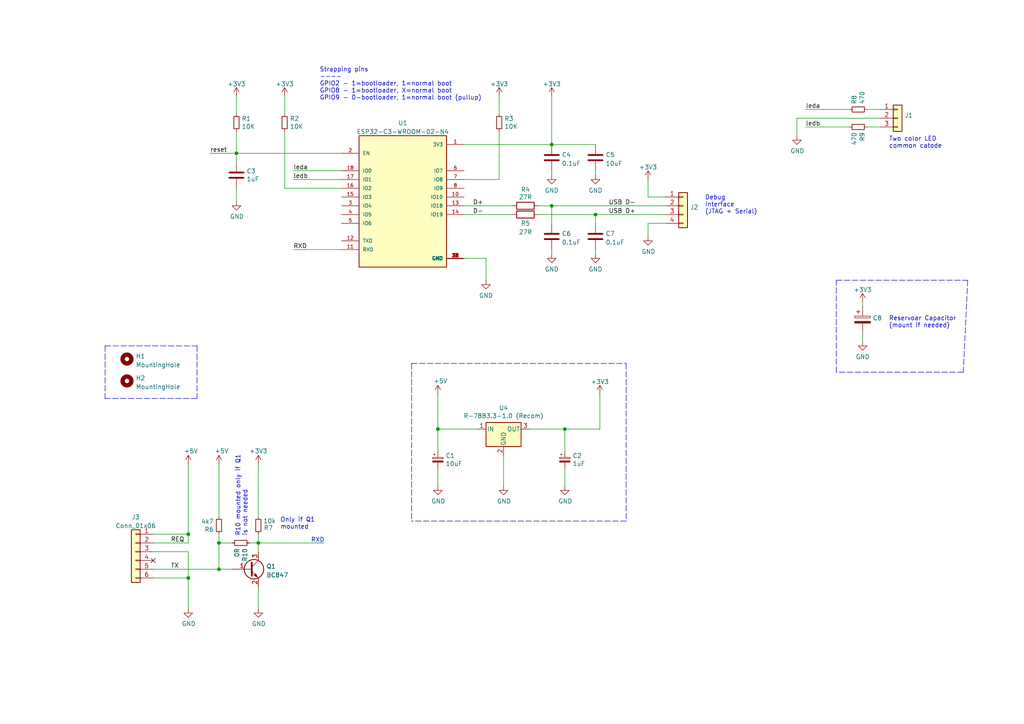
<source format=kicad_sch>
(kicad_sch (version 20211123) (generator eeschema)
  (paper "A4")
  (title_block (title "vscp-ble-han-port-interface") (date "2022-10-18") (rev "B") (company "Grodans Paradis AB"))
  (lib_symbols
    (symbol "Connector_Generic:Conn_01x03" (pin_names (offset 1.016) hide)
      (property "Reference" "J" (at 0 5.08 0))
      (property "Value" "Conn_01x03" (at 0 -5.08 0))
      (symbol "Conn_01x03_1_1"
        (rectangle (start -1.27 -2.413) (end 0 -2.667) (stroke (width 0.1524)))
        (rectangle (start -1.27 0.127) (end 0 -0.127) (stroke (width 0.1524)))
        (rectangle (start -1.27 2.667) (end 0 2.413) (stroke (width 0.1524)))
        (rectangle (start -1.27 3.81) (end 1.27 -3.81) (stroke (width 0.254)) (fill (type background)))
        (pin passive line (at -5.08 2.54 0) (length 3.81) (name "Pin_1") (number "1"))
        (pin passive line (at -5.08 0 0) (length 3.81) (name "Pin_2") (number "2"))
        (pin passive line (at -5.08 -2.54 0) (length 3.81) (name "Pin_3") (number "3"))
      )
    )
    (symbol "Connector_Generic:Conn_01x04" (pin_names (offset 1.016) hide)
      (property "Reference" "J" (at 0 5.08 0))
      (property "Value" "Conn_01x04" (at 0 -7.62 0))
      (symbol "Conn_01x04_1_1"
        (rectangle (start -1.27 -4.953) (end 0 -5.207) (stroke (width 0.1524)))
        (rectangle (start -1.27 -2.413) (end 0 -2.667) (stroke (width 0.1524)))
        (rectangle (start -1.27 0.127) (end 0 -0.127) (stroke (width 0.1524)))
        (rectangle (start -1.27 2.667) (end 0 2.413) (stroke (width 0.1524)))
        (rectangle (start -1.27 3.81) (end 1.27 -6.35) (stroke (width 0.254)) (fill (type background)))
        (pin passive line (at -5.08 2.54 0) (length 3.81) (name "Pin_1") (number "1"))
        (pin passive line (at -5.08 0 0) (length 3.81) (name "Pin_2") (number "2"))
        (pin passive line (at -5.08 -2.54 0) (length 3.81) (name "Pin_3") (number "3"))
        (pin passive line (at -5.08 -5.08 0) (length 3.81) (name "Pin_4") (number "4"))
      )
    )
    (symbol "Connector_Generic:Conn_01x06" (pin_names (offset 1.016) hide)
      (property "Reference" "J" (at 0 7.62 0))
      (property "Value" "Conn_01x06" (at 0 -10.16 0))
      (symbol "Conn_01x06_1_1"
        (rectangle (start -1.27 -7.493) (end 0 -7.747) (stroke (width 0.1524)))
        (rectangle (start -1.27 -4.953) (end 0 -5.207) (stroke (width 0.1524)))
        (rectangle (start -1.27 -2.413) (end 0 -2.667) (stroke (width 0.1524)))
        (rectangle (start -1.27 0.127) (end 0 -0.127) (stroke (width 0.1524)))
        (rectangle (start -1.27 2.667) (end 0 2.413) (stroke (width 0.1524)))
        (rectangle (start -1.27 5.207) (end 0 4.953) (stroke (width 0.1524)))
        (rectangle (start -1.27 6.35) (end 1.27 -8.89) (stroke (width 0.254)) (fill (type background)))
        (pin passive line (at -5.08 5.08 0) (length 3.81) (name "Pin_1") (number "1"))
        (pin passive line (at -5.08 2.54 0) (length 3.81) (name "Pin_2") (number "2"))
        (pin passive line (at -5.08 0 0) (length 3.81) (name "Pin_3") (number "3"))
        (pin passive line (at -5.08 -2.54 0) (length 3.81) (name "Pin_4") (number "4"))
        (pin passive line (at -5.08 -5.08 0) (length 3.81) (name "Pin_5") (number "5"))
        (pin passive line (at -5.08 -7.62 0) (length 3.81) (name "Pin_6") (number "6"))
      )
    )
    (symbol "Device:C" (pin_numbers hide) (pin_names (offset 0.254))
      (property "Reference" "C" (at 0.635 2.54 0))
      (property "Value" "C" (at 0.635 -2.54 0))
      (symbol "C_0_1"
        (polyline (pts (xy -2.032 -0.762) (xy 2.032 -0.762)) (stroke (width 0.508)))
        (polyline (pts (xy -2.032 0.762) (xy 2.032 0.762)) (stroke (width 0.508)))
      )
      (symbol "C_1_1"
        (pin passive line (at 0 3.81 270) (length 2.794) (name "~") (number "1"))
        (pin passive line (at 0 -3.81 90) (length 2.794) (name "~") (number "2"))
      )
    )
    (symbol "Device:CP_Small" (pin_numbers hide) (pin_names (offset 0.254) hide)
      (property "Reference" "C" (at 0.254 1.778 0))
      (property "Value" "Device_CP_Small" (at 0.254 -2.032 0))
      (symbol "CP_Small_0_1"
        (rectangle (start -1.524 -0.3048) (end 1.524 -0.6858) (fill (type outline)))
        (rectangle (start -1.524 0.6858) (end 1.524 0.3048))
        (polyline (pts (xy -1.27 1.524) (xy -0.762 1.524)))
        (polyline (pts (xy -1.016 1.27) (xy -1.016 1.778)))
      )
      (symbol "CP_Small_1_1"
        (pin passive line (at 0 2.54 270) (length 1.8542) (name "~") (number "1"))
        (pin passive line (at 0 -2.54 90) (length 1.8542) (name "~") (number "2"))
      )
    )
    (symbol "Device:C_Polarized" (pin_numbers hide) (pin_names (offset 0.254))
      (property "Reference" "C" (at 0.635 2.54 0))
      (property "Value" "C_Polarized" (at 0.635 -2.54 0))
      (symbol "C_Polarized_0_1"
        (rectangle (start -2.286 0.508) (end 2.286 1.016))
        (polyline (pts (xy -1.778 2.286) (xy -0.762 2.286)))
        (polyline (pts (xy -1.27 2.794) (xy -1.27 1.778)))
        (rectangle (start 2.286 -0.508) (end -2.286 -1.016) (fill (type outline)))
      )
      (symbol "C_Polarized_1_1"
        (pin passive line (at 0 3.81 270) (length 2.794) (name "~") (number "1"))
        (pin passive line (at 0 -3.81 90) (length 2.794) (name "~") (number "2"))
      )
    )
    (symbol "Device:R" (pin_numbers hide) (pin_names (offset 0))
      (property "Reference" "R" (at 2.032 0 90))
      (property "Value" "R" (at 0 0 90))
      (symbol "R_0_1"
        (rectangle (start -1.016 -2.54) (end 1.016 2.54) (stroke (width 0.254)))
      )
      (symbol "R_1_1"
        (pin passive line (at 0 3.81 270) (length 1.27) (name "~") (number "1"))
        (pin passive line (at 0 -3.81 90) (length 1.27) (name "~") (number "2"))
      )
    )
    (symbol "Device:R_Small" (pin_numbers hide) (pin_names (offset 0.254) hide)
      (property "Reference" "R" (at 0.762 0.508 0))
      (property "Value" "R_Small" (at 0.762 -1.016 0))
      (symbol "R_Small_0_1"
        (rectangle (start -0.762 1.778) (end 0.762 -1.778) (stroke (width 0.2032)))
      )
      (symbol "R_Small_1_1"
        (pin passive line (at 0 2.54 270) (length 0.762) (name "~") (number "1"))
        (pin passive line (at 0 -2.54 90) (length 0.762) (name "~") (number "2"))
      )
    )
    (symbol "ESP32-C3-WROOM-02-N4:ESP32-C3-WROOM-02-N4" (pin_names (offset 1.016))
      (property "Reference" "U" (at -12.7 21.082 0))
      (property "Value" "ESP32-C3-WROOM-02-N4" (at -12.7 -18.542 0))
      (symbol "ESP32-C3-WROOM-02-N4_0_0"
        (rectangle (start -12.7 -17.78) (end 12.7 20.32) (stroke (width 0.254)) (fill (type background)))
        (pin power_in line (at 17.78 17.78 180) (length 5.08) (name "3V3") (number "1"))
        (pin bidirectional line (at 17.78 2.54 180) (length 5.08) (name "IO10") (number "10"))
        (pin bidirectional line (at -17.78 -12.7 0) (length 5.08) (name "RXD") (number "11"))
        (pin bidirectional line (at -17.78 -10.16 0) (length 5.08) (name "TXD") (number "12"))
        (pin bidirectional line (at 17.78 0 180) (length 5.08) (name "IO18") (number "13"))
        (pin bidirectional line (at 17.78 -2.54 180) (length 5.08) (name "IO19") (number "14"))
        (pin bidirectional line (at -17.78 2.54 0) (length 5.08) (name "IO3") (number "15"))
        (pin bidirectional line (at -17.78 5.08 0) (length 5.08) (name "IO2") (number "16"))
        (pin bidirectional line (at -17.78 7.62 0) (length 5.08) (name "IO1") (number "17"))
        (pin bidirectional line (at -17.78 10.16 0) (length 5.08) (name "IO0") (number "18"))
        (pin power_in line (at 17.78 -15.24 180) (length 5.08) (name "GND") (number "19"))
        (pin input line (at -17.78 15.24 0) (length 5.08) (name "EN") (number "2"))
        (pin power_in line (at 17.78 -15.24 180) (length 5.08) (name "GND") (number "20"))
        (pin power_in line (at 17.78 -15.24 180) (length 5.08) (name "GND") (number "21"))
        (pin power_in line (at 17.78 -15.24 180) (length 5.08) (name "GND") (number "22"))
        (pin power_in line (at 17.78 -15.24 180) (length 5.08) (name "GND") (number "23"))
        (pin power_in line (at 17.78 -15.24 180) (length 5.08) (name "GND") (number "24"))
        (pin power_in line (at 17.78 -15.24 180) (length 5.08) (name "GND") (number "25"))
        (pin power_in line (at 17.78 -15.24 180) (length 5.08) (name "GND") (number "26"))
        (pin power_in line (at 17.78 -15.24 180) (length 5.08) (name "GND") (number "27"))
        (pin power_in line (at 17.78 -15.24 180) (length 5.08) (name "GND") (number "28"))
        (pin power_in line (at 17.78 -15.24 180) (length 5.08) (name "GND") (number "29"))
        (pin bidirectional line (at -17.78 0 0) (length 5.08) (name "IO4") (number "3"))
        (pin power_in line (at 17.78 -15.24 180) (length 5.08) (name "GND") (number "30"))
        (pin power_in line (at 17.78 -15.24 180) (length 5.08) (name "GND") (number "31"))
        (pin power_in line (at 17.78 -15.24 180) (length 5.08) (name "GND") (number "32"))
        (pin power_in line (at 17.78 -15.24 180) (length 5.08) (name "GND") (number "33"))
        (pin power_in line (at 17.78 -15.24 180) (length 5.08) (name "GND") (number "34"))
        (pin power_in line (at 17.78 -15.24 180) (length 5.08) (name "GND") (number "35"))
        (pin power_in line (at 17.78 -15.24 180) (length 5.08) (name "GND") (number "36"))
        (pin power_in line (at 17.78 -15.24 180) (length 5.08) (name "GND") (number "37"))
        (pin power_in line (at 17.78 -15.24 180) (length 5.08) (name "GND") (number "38"))
        (pin power_in line (at 17.78 -15.24 180) (length 5.08) (name "GND") (number "39"))
        (pin bidirectional line (at -17.78 -2.54 0) (length 5.08) (name "IO5") (number "4"))
        (pin bidirectional line (at -17.78 -5.08 0) (length 5.08) (name "IO6") (number "5"))
        (pin bidirectional line (at 17.78 10.16 180) (length 5.08) (name "IO7") (number "6"))
        (pin bidirectional line (at 17.78 7.62 180) (length 5.08) (name "IO8") (number "7"))
        (pin bidirectional line (at 17.78 5.08 180) (length 5.08) (name "IO9") (number "8"))
        (pin power_in line (at 17.78 -15.24 180) (length 5.08) (name "GND") (number "9"))
      )
    )
    (symbol "Mechanical:MountingHole" (pin_names (offset 1.016))
      (property "Reference" "H" (at 0 5.08 0))
      (property "Value" "MountingHole" (at 0 3.175 0))
      (symbol "MountingHole_0_1"
        (circle (center 0 0) (radius 1.27) (stroke (width 1.27)))
      )
    )
    (symbol "Regulator_Switching:R-78B3.3-2.0" (pin_names (offset 0.254))
      (property "Reference" "U" (at -3.81 3.175 0))
      (property "Value" "R-78B3.3-2.0" (at 0 3.175 0))
      (symbol "R-78B3.3-2.0_0_1"
        (rectangle (start -5.08 1.905) (end 5.08 -5.08) (stroke (width 0.254)) (fill (type background)))
      )
      (symbol "R-78B3.3-2.0_1_1"
        (pin power_in line (at -7.62 0 0) (length 2.54) (name "IN") (number "1"))
        (pin power_in line (at 0 -7.62 90) (length 2.54) (name "GND") (number "2"))
        (pin power_out line (at 7.62 0 180) (length 2.54) (name "OUT") (number "3"))
      )
    )
    (symbol "Transistor_BJT:BC847" (pin_names (offset 0) hide)
      (property "Reference" "Q" (at 5.08 1.905 0))
      (property "Value" "BC847" (at 5.08 0 0))
      (symbol "BC847_0_1"
        (polyline (pts (xy 0.635 0.635) (xy 2.54 2.54)))
        (polyline (pts (xy 0.635 -0.635) (xy 2.54 -2.54) (xy 2.54 -2.54)))
        (polyline (pts (xy 0.635 1.905) (xy 0.635 -1.905) (xy 0.635 -1.905)) (stroke (width 0.508)))
        (polyline (pts (xy 1.27 -1.778) (xy 1.778 -1.27) (xy 2.286 -2.286) (xy 1.27 -1.778) (xy 1.27 -1.778)) (fill (type outline)))
        (circle (center 1.27 0) (radius 2.8194) (stroke (width 0.254)))
      )
      (symbol "BC847_1_1"
        (pin input line (at -5.08 0 0) (length 5.715) (name "B") (number "1"))
        (pin passive line (at 2.54 -5.08 90) (length 2.54) (name "E") (number "2"))
        (pin passive line (at 2.54 5.08 270) (length 2.54) (name "C") (number "3"))
      )
    )
    (symbol "power:+3.3V" (power) (pin_names (offset 0))
      (property "Value" "+3.3V" (at 0 3.556 0))
      (symbol "+3.3V_0_1"
        (polyline (pts (xy -0.762 1.27) (xy 0 2.54)))
        (polyline (pts (xy 0 0) (xy 0 2.54)))
        (polyline (pts (xy 0 2.54) (xy 0.762 1.27)))
      )
      (symbol "+3.3V_1_1"
        (pin power_in line (at 0 0 90) (length 0) hide (name "+3V3") (number "1"))
      )
    )
    (symbol "power:+5V" (power) (pin_names (offset 0))
      (property "Value" "+5V" (at 0 3.556 0))
      (symbol "+5V_0_1"
        (polyline (pts (xy -0.762 1.27) (xy 0 2.54)))
        (polyline (pts (xy 0 0) (xy 0 2.54)))
        (polyline (pts (xy 0 2.54) (xy 0.762 1.27)))
      )
      (symbol "+5V_1_1"
        (pin power_in line (at 0 0 90) (length 0) hide (name "+5V") (number "1"))
      )
    )
    (symbol "power:GND" (power) (pin_names (offset 0))
      (property "Value" "GND" (at 0 -3.81 0))
      (symbol "GND_0_1"
        (polyline (pts (xy 0 0) (xy 0 -1.27) (xy 1.27 -1.27) (xy 0 -2.54) (xy -1.27 -1.27) (xy 0 -1.27)))
      )
      (symbol "GND_1_1"
        (pin power_in line (at 0 0 270) (length 0) hide (name "GND") (number "1"))
      )
    )
  )
  (junction (at 127 124.46))
  (junction (at 172.72 62.23))
  (junction (at 160.02 59.69))
  (junction (at 68.58 44.45))
  (junction (at 54.61 154.94))
  (junction (at 63.5 157.48))
  (junction (at 160.02 41.91))
  (junction (at 163.83 124.46))
  (junction (at 63.5 165.1))
  (junction (at 74.93 157.48))
  (junction (at 54.61 167.64))
  (no_connect (at 44.45 162.56))
  (wire (pts (xy 44.45 154.94) (xy 54.61 154.94)))
  (wire (pts (xy 74.93 134.62) (xy 74.93 149.86)))
  (wire (pts (xy 85.09 52.07) (xy 99.06 52.07)))
  (polyline (pts (xy 119.38 105.41) (xy 119.38 151.13)))
  (wire (pts (xy 74.93 157.48) (xy 74.93 160.02)))
  (wire (pts (xy 127 135.89) (xy 127 140.97)))
  (wire (pts (xy 233.68 31.75) (xy 246.38 31.75)))
  (polyline (pts (xy 119.38 105.41) (xy 181.61 105.41)))
  (wire (pts (xy 68.58 54.61) (xy 68.58 58.42)))
  (wire (pts (xy 160.02 41.91) (xy 172.72 41.91)))
  (wire (pts (xy 68.58 44.45) (xy 99.06 44.45)))
  (polyline (pts (xy 279.4 107.95) (xy 242.57 107.95)))
  (wire (pts (xy 172.72 62.23) (xy 193.04 62.23)))
  (wire (pts (xy 163.83 124.46) (xy 163.83 130.81)))
  (wire (pts (xy 140.97 74.93) (xy 140.97 81.28)))
  (wire (pts (xy 173.99 124.46) (xy 163.83 124.46)))
  (wire (pts (xy 160.02 72.39) (xy 160.02 73.66)))
  (wire (pts (xy 134.62 74.93) (xy 140.97 74.93)))
  (wire (pts (xy 63.5 154.94) (xy 63.5 157.48)))
  (polyline (pts (xy 242.57 107.95) (xy 242.57 81.28)))
  (polyline (pts (xy 181.61 105.41) (xy 181.61 151.13)))
  (wire (pts (xy 187.96 57.15) (xy 193.04 57.15)))
  (wire (pts (xy 144.78 27.94) (xy 144.78 33.02)))
  (wire (pts (xy 74.93 154.94) (xy 74.93 157.48)))
  (wire (pts (xy 193.04 64.77) (xy 187.96 64.77)))
  (wire (pts (xy 251.46 31.75) (xy 255.27 31.75)))
  (wire (pts (xy 187.96 64.77) (xy 187.96 68.58)))
  (wire (pts (xy 160.02 41.91) (xy 160.02 27.94)))
  (wire (pts (xy 85.09 72.39) (xy 99.06 72.39)))
  (wire (pts (xy 54.61 167.64) (xy 54.61 176.53)))
  (polyline (pts (xy 242.57 81.28) (xy 242.57 81.28)))
  (wire (pts (xy 160.02 59.69) (xy 193.04 59.69)))
  (wire (pts (xy 153.67 124.46) (xy 163.83 124.46)))
  (polyline (pts (xy 242.57 81.28) (xy 280.67 81.28)))
  (wire (pts (xy 63.5 157.48) (xy 67.31 157.48)))
  (wire (pts (xy 44.45 167.64) (xy 54.61 167.64)))
  (wire (pts (xy 54.61 154.94) (xy 54.61 157.48)))
  (wire (pts (xy 44.45 160.02) (xy 54.61 160.02)))
  (wire (pts (xy 82.55 54.61) (xy 82.55 38.1)))
  (wire (pts (xy 127 124.46) (xy 127 130.81)))
  (polyline (pts (xy 30.48 100.33) (xy 57.15 100.33)))
  (wire (pts (xy 134.62 59.69) (xy 148.59 59.69)))
  (wire (pts (xy 233.68 36.83) (xy 246.38 36.83)))
  (wire (pts (xy 187.96 52.07) (xy 187.96 57.15)))
  (wire (pts (xy 172.72 72.39) (xy 172.72 73.66)))
  (wire (pts (xy 250.19 96.52) (xy 250.19 99.06)))
  (polyline (pts (xy 57.15 100.33) (xy 57.15 115.57)))
  (wire (pts (xy 144.78 52.07) (xy 144.78 38.1)))
  (wire (pts (xy 68.58 38.1) (xy 68.58 44.45)))
  (wire (pts (xy 127 114.3) (xy 127 124.46)))
  (wire (pts (xy 82.55 27.94) (xy 82.55 33.02)))
  (wire (pts (xy 251.46 36.83) (xy 255.27 36.83)))
  (wire (pts (xy 68.58 46.99) (xy 68.58 44.45)))
  (polyline (pts (xy 30.48 100.33) (xy 30.48 115.57)))
  (wire (pts (xy 163.83 135.89) (xy 163.83 140.97)))
  (wire (pts (xy 44.45 165.1) (xy 63.5 165.1)))
  (wire (pts (xy 63.5 134.62) (xy 63.5 149.86)))
  (wire (pts (xy 99.06 54.61) (xy 82.55 54.61)))
  (wire (pts (xy 134.62 52.07) (xy 144.78 52.07)))
  (wire (pts (xy 72.39 157.48) (xy 74.93 157.48)))
  (wire (pts (xy 54.61 134.62) (xy 54.61 154.94)))
  (wire (pts (xy 146.05 132.08) (xy 146.05 140.97)))
  (wire (pts (xy 54.61 160.02) (xy 54.61 167.64)))
  (wire (pts (xy 172.72 62.23) (xy 172.72 64.77)))
  (wire (pts (xy 63.5 157.48) (xy 63.5 165.1)))
  (wire (pts (xy 74.93 176.53) (xy 74.93 170.18)))
  (wire (pts (xy 231.14 34.29) (xy 231.14 39.37)))
  (wire (pts (xy 160.02 59.69) (xy 160.02 64.77)))
  (polyline (pts (xy 242.57 81.28) (xy 242.57 81.28)))
  (wire (pts (xy 173.99 114.3) (xy 173.99 124.46)))
  (polyline (pts (xy 280.67 81.28) (xy 279.4 107.95)))
  (wire (pts (xy 68.58 44.45) (xy 60.96 44.45)))
  (wire (pts (xy 138.43 124.46) (xy 127 124.46)))
  (wire (pts (xy 156.21 59.69) (xy 160.02 59.69)))
  (wire (pts (xy 134.62 62.23) (xy 148.59 62.23)))
  (wire (pts (xy 68.58 27.94) (xy 68.58 33.02)))
  (wire (pts (xy 250.19 87.63) (xy 250.19 88.9)))
  (wire (pts (xy 63.5 165.1) (xy 67.31 165.1)))
  (wire (pts (xy 74.93 157.48) (xy 93.98 157.48)))
  (wire (pts (xy 85.09 49.53) (xy 99.06 49.53)))
  (wire (pts (xy 231.14 34.29) (xy 255.27 34.29)))
  (wire (pts (xy 134.62 41.91) (xy 160.02 41.91)))
  (polyline (pts (xy 57.15 115.57) (xy 30.48 115.57)))
  (wire (pts (xy 156.21 62.23) (xy 172.72 62.23)))
  (wire (pts (xy 172.72 49.53) (xy 172.72 50.8)))
  (wire (pts (xy 160.02 49.53) (xy 160.02 50.8)))
  (wire (pts (xy 44.45 157.48) (xy 54.61 157.48)))
  (polyline (pts (xy 181.61 151.13) (xy 119.38 151.13)))
  (text "Only if Q1\nmounted" (at 81.28 153.67 0) (effects (font (size 1.27 1.27)) (justify left bottom)))
  (text "R10 mounted only if Q1 \nis not needed" (at 71.8353 155.5483 90) (effects (font (size 1.27 1.27)) (justify left bottom)))
  (text "Debug \nInterface\n(JTAG + Serial)" (at 204.47 62.23 0) (effects (font (size 1.27 1.27)) (justify left bottom)))
  (text "Strapping pins\n----\nGPIO2 - 1=bootloader, 1=normal boot\nGPIO8 - 1=bootloader, X=normal boot\nGPIO9 - 0-bootloader, 1=normal boot (pullup)" (at 92.71 29.21 0) (effects (font (size 1.27 1.27)) (justify left bottom)))
  (text "RXD" (at 90.17 157.48 0) (effects (font (size 1.27 1.27)) (justify left bottom)))
  (text "Reservoar Capacitor\n(mount if needed)" (at 257.81 95.25 0) (effects (font (size 1.27 1.27)) (justify left bottom)))
  (text "Two color LED\ncommon catode" (at 257.81 43.18 0) (effects (font (size 1.27 1.27)) (justify left bottom)))
  (label "D+" (at 137.16 59.69 0))
  (label "USB D+" (at 176.53 62.23 0))
  (label "RXD" (at 85.09 72.39 0))
  (label "REQ" (at 49.53 157.48 0))
  (label "ledb" (at 233.68 36.83 0))
  (label "TX" (at 49.53 165.1 0))
  (label "ledb" (at 85.09 52.07 0))
  (label "reset" (at 60.96 44.45 0))
  (label "leda" (at 85.09 49.53 0))
  (label "leda" (at 233.68 31.75 0))
  (label "USB D-" (at 176.53 59.69 0))
  (label "D-" (at 137.16 62.23 0))
  (symbol (lib_id "power:GND") (at 250.19 99.06 0) (unit 1)
    (property "Reference" "#PWR0122" (effects hide))
    (property "Value" "GND" (at 250.19 103.5034 0))
  )
  (symbol (lib_id "Device:CP_Small") (at 127 133.35 0) (unit 1)
    (property "Reference" "C1" (at 129.2352 132.1816 0) (effects (justify left)))
    (property "Value" "10uF" (at 129.2352 134.493 0) (effects (justify left)))
    (property "Footprint" "Capacitor_SMD:C_0805_2012Metric_Pad1.18x1.45mm_HandSolder" (effects hide))
  )
  (symbol (lib_id "Connector_Generic:Conn_01x06") (at 39.37 160.02 0) (mirror y) (unit 1)
    (property "Reference" "J3" (at 39.37 149.9702 0))
    (property "Value" "Conn_01x06" (at 39.37 152.5071 0))
    (property "Footprint" "Connector_PinHeader_2.54mm:PinHeader_1x06_P2.54mm_Vertical" (effects hide))
  )
  (symbol (lib_id "Device:R_Small") (at 63.5 152.4 180) (unit 1)
    (property "Reference" "R6" (at 62.0014 153.5684 0) (effects (justify left)))
    (property "Value" "4k7" (at 62.0014 151.257 0) (effects (justify left)))
    (property "Footprint" "Resistor_SMD:R_0805_2012Metric_Pad1.20x1.40mm_HandSolder" (effects hide))
  )
  (symbol (lib_id "Device:R") (at 152.4 59.69 90) (unit 1)
    (property "Reference" "R4" (at 152.4 54.9742 90))
    (property "Value" "27R" (at 152.4 57.15 90))
    (property "Footprint" "Resistor_SMD:R_0805_2012Metric_Pad1.20x1.40mm_HandSolder" (effects hide))
  )
  (symbol (lib_id "Device:R_Small") (at 74.93 152.4 180) (unit 1)
    (property "Reference" "R7" (at 79.1864 153.08 0) (effects (justify left)))
    (property "Value" "10k" (at 80.01 151.13 0) (effects (justify left)))
    (property "Footprint" "Resistor_SMD:R_0805_2012Metric_Pad1.20x1.40mm_HandSolder" (effects hide))
  )
  (symbol (lib_id "power:+3.3V") (at 74.93 134.62 0) (unit 1)
    (property "Reference" "#PWR0101" (effects hide))
    (property "Value" "+3.3V" (at 74.93 130.81 0))
  )
  (symbol (lib_id "power:GND") (at 74.93 176.53 0) (unit 1)
    (property "Reference" "#PWR0117" (effects hide))
    (property "Value" "GND" (at 75.057 180.9242 0))
  )
  (symbol (lib_id "Device:R_Small") (at 144.78 35.56 0) (unit 1)
    (property "Reference" "R3" (at 146.2786 34.3916 0) (effects (justify left)))
    (property "Value" "10K" (at 146.2786 36.703 0) (effects (justify left)))
    (property "Footprint" "Resistor_SMD:R_0805_2012Metric_Pad1.20x1.40mm_HandSolder" (effects hide))
  )
  (symbol (lib_id "power:GND") (at 163.83 140.97 0) (unit 1)
    (property "Reference" "#PWR0105" (effects hide))
    (property "Value" "GND" (at 163.957 145.3642 0))
  )
  (symbol (lib_id "power:GND") (at 231.14 39.37 0) (unit 1)
    (property "Reference" "#PWR0114" (effects hide))
    (property "Value" "GND" (at 231.267 43.7642 0))
  )
  (symbol (lib_id "Device:C_Polarized") (at 250.19 92.71 0) (unit 1)
    (property "Reference" "C8" (at 253.111 92.2548 0) (effects (justify left)))
    (property "Value" "C_Polarized" (effects hide))
    (property "Footprint" "Connector_PinHeader_2.54mm:PinHeader_1x02_P2.54mm_Vertical" (effects hide))
  )
  (symbol (lib_id "power:GND") (at 172.72 50.8 0) (unit 1)
    (property "Reference" "#PWR0110" (effects hide))
    (property "Value" "GND" (at 172.72 55.2434 0))
  )
  (symbol (lib_id "power:+5V") (at 127 114.3 0) (unit 1)
    (property "Reference" "#PWR0106" (effects hide))
    (property "Value" "+5V" (at 125.73 110.49 0) (effects (justify left)))
  )
  (symbol (lib_id "Device:R_Small") (at 82.55 35.56 0) (unit 1)
    (property "Reference" "R2" (at 84.0486 34.3916 0) (effects (justify left)))
    (property "Value" "10K" (at 84.0486 36.703 0) (effects (justify left)))
    (property "Footprint" "Resistor_SMD:R_0805_2012Metric" (effects hide))
  )
  (symbol (lib_id "power:GND") (at 146.05 140.97 0) (unit 1)
    (property "Reference" "#PWR0104" (effects hide))
    (property "Value" "GND" (at 146.177 145.3642 0))
  )
  (symbol (lib_id "power:+5V") (at 63.5 134.62 0) (unit 1)
    (property "Reference" "#PWR0109" (effects hide))
    (property "Value" "+5V" (at 62.23 130.81 0) (effects (justify left)))
  )
  (symbol (lib_id "power:+3.3V") (at 82.55 27.94 0) (unit 1)
    (property "Reference" "#PWR0121" (effects hide))
    (property "Value" "+3.3V" (at 82.55 24.3642 0))
  )
  (symbol (lib_id "Mechanical:MountingHole") (at 36.83 110.49 0) (unit 1)
    (property "Reference" "H2" (at 39.37 109.6553 0) (effects (justify left)))
    (property "Value" "MountingHole" (at 39.37 112.1922 0) (effects (justify left)))
    (property "Footprint" "MountingHole:MountingHole_2.7mm_M2.5" (effects hide))
  )
  (symbol (lib_id "ESP32-C3-WROOM-02-N4:ESP32-C3-WROOM-02-N4") (at 116.84 59.69 0) (unit 1)
    (property "Reference" "U1" (at 116.84 35.6702 0))
    (property "Value" "ESP32-C3-WROOM-02-N4" (at 116.84 38.2071 0))
    (property "Footprint" "RF_Module:ESP-WROOM-02" (effects hide))
    (property "PURCHASE-URL" "https://pricing.snapeda.com/search/part/ESP32-C3-WROOM-02-H4/?ref=eda" (effects hide))
    (property "PRICE" "None" (effects hide))
    (property "MF" "Espressif Systems" (effects hide))
    (property "PACKAGE" "Package" (effects hide))
    (property "DESCRIPTION" "WiFi Modules (802.11) (Engineering Samples) SMD module, ESP32-C3, 4MB SPI flash, PCB antenna, -40 C +105 C" (effects hide))
    (property "AVAILABILITY" "In Stock" (effects hide))
    (property "MP" "ESP32-C3-WROOM-02-H4" (effects hide))
  )
  (symbol (lib_id "Device:C") (at 160.02 68.58 0) (unit 1)
    (property "Reference" "C6" (at 162.941 67.7453 0) (effects (justify left)))
    (property "Value" "0.1uF" (at 162.941 70.2822 0) (effects (justify left)))
    (property "Footprint" "Capacitor_SMD:C_0805_2012Metric_Pad1.18x1.45mm_HandSolder" (effects hide))
  )
  (symbol (lib_id "Device:R_Small") (at 248.92 31.75 90) (unit 1)
    (property "Reference" "R8" (at 247.7516 30.2514 0) (effects (justify left)))
    (property "Value" "470" (at 250.063 30.2514 0) (effects (justify left)))
    (property "Footprint" "Resistor_SMD:R_0805_2012Metric" (effects hide))
  )
  (symbol (lib_id "Device:R") (at 152.4 62.23 90) (unit 1)
    (property "Reference" "R5" (at 152.4 64.77 90))
    (property "Value" "27R" (at 152.4 67.31 90))
    (property "Footprint" "Resistor_SMD:R_0805_2012Metric_Pad1.20x1.40mm_HandSolder" (effects hide))
  )
  (symbol (lib_id "Connector_Generic:Conn_01x04") (at 198.12 59.69 0) (unit 1)
    (property "Reference" "J2" (at 200.152 60.1253 0) (effects (justify left)))
    (property "Value" "Conn_01x04" (effects hide))
    (property "Footprint" "Connector_PinHeader_2.54mm:PinHeader_1x04_P2.54mm_Vertical" (effects hide))
  )
  (symbol (lib_id "power:GND") (at 127 140.97 0) (unit 1)
    (property "Reference" "#PWR0103" (effects hide))
    (property "Value" "GND" (at 127.127 145.3642 0))
  )
  (symbol (lib_id "Device:C") (at 68.58 50.8 0) (unit 1)
    (property "Reference" "C3" (at 71.501 49.6316 0) (effects (justify left)))
    (property "Value" "1uF" (at 71.501 51.943 0) (effects (justify left)))
    (property "Footprint" "Capacitor_SMD:C_0805_2012Metric_Pad1.18x1.45mm_HandSolder" (effects hide))
  )
  (symbol (lib_id "power:GND") (at 68.58 58.42 0) (unit 1)
    (property "Reference" "#PWR0116" (effects hide))
    (property "Value" "GND" (at 68.707 62.8142 0))
  )
  (symbol (lib_id "power:+3.3V") (at 173.99 114.3 0) (unit 1)
    (property "Reference" "#PWR0123" (effects hide))
    (property "Value" "+3.3V" (at 173.99 110.7242 0))
  )
  (symbol (lib_id "power:+3.3V") (at 68.58 27.94 0) (unit 1)
    (property "Reference" "#PWR0115" (effects hide))
    (property "Value" "+3.3V" (at 68.58 24.3642 0))
  )
  (symbol (lib_id "power:+5V") (at 54.61 134.62 0) (unit 1)
    (property "Reference" "#PWR0111" (effects hide))
    (property "Value" "+5V" (at 53.34 130.81 0) (effects (justify left)))
  )
  (symbol (lib_id "Device:C") (at 172.72 45.72 0) (unit 1)
    (property "Reference" "C5" (at 175.641 44.8853 0) (effects (justify left)))
    (property "Value" "10uF" (at 175.641 47.4222 0) (effects (justify left)))
    (property "Footprint" "Capacitor_SMD:C_0805_2012Metric_Pad1.18x1.45mm_HandSolder" (effects hide))
  )
  (symbol (lib_id "Mechanical:MountingHole") (at 36.83 104.14 0) (unit 1)
    (property "Reference" "H1" (at 39.37 103.3053 0) (effects (justify left)))
    (property "Value" "MountingHole" (at 39.37 105.8422 0) (effects (justify left)))
    (property "Footprint" "MountingHole:MountingHole_2.7mm_M2.5" (effects hide))
  )
  (symbol (lib_id "power:GND") (at 54.61 176.53 0) (unit 1)
    (property "Reference" "#PWR0118" (effects hide))
    (property "Value" "GND" (at 54.737 180.9242 0))
  )
  (symbol (lib_id "power:GND") (at 160.02 50.8 0) (unit 1)
    (property "Reference" "#PWR0108" (effects hide))
    (property "Value" "GND" (at 160.02 55.2434 0))
  )
  (symbol (lib_id "power:GND") (at 140.97 81.28 0) (unit 1)
    (property "Reference" "#PWR0124" (effects hide))
    (property "Value" "GND" (at 140.97 85.7234 0))
  )
  (symbol (lib_id "Device:CP_Small") (at 163.83 133.35 0) (unit 1)
    (property "Reference" "C2" (at 166.0652 132.1816 0) (effects (justify left)))
    (property "Value" "1uF" (at 166.0652 134.493 0) (effects (justify left)))
    (property "Footprint" "Capacitor_SMD:C_0805_2012Metric_Pad1.18x1.45mm_HandSolder" (effects hide))
  )
  (symbol (lib_id "power:+3.3V") (at 144.78 27.94 0) (unit 1)
    (property "Reference" "#PWR0102" (effects hide))
    (property "Value" "+3.3V" (at 144.78 24.3642 0))
  )
  (symbol (lib_id "power:+3.3V") (at 160.02 27.94 0) (unit 1)
    (property "Reference" "#PWR0125" (effects hide))
    (property "Value" "+3.3V" (at 160.02 24.3642 0))
  )
  (symbol (lib_id "power:+3.3V") (at 187.96 52.07 0) (unit 1)
    (property "Reference" "#PWR0119" (effects hide))
    (property "Value" "+3.3V" (at 187.96 48.4942 0))
  )
  (symbol (lib_id "Connector_Generic:Conn_01x03") (at 260.35 34.29 0) (unit 1)
    (property "Reference" "J1" (at 262.382 33.4553 0) (effects (justify left)))
    (property "Value" "Conn_01x03" (effects hide))
    (property "Footprint" "Connector_PinHeader_2.54mm:PinHeader_1x03_P2.54mm_Vertical" (effects hide))
  )
  (symbol (lib_id "Device:C") (at 160.02 45.72 0) (unit 1)
    (property "Reference" "C4" (at 162.941 44.8853 0) (effects (justify left)))
    (property "Value" "0.1uF" (at 162.941 47.4222 0) (effects (justify left)))
    (property "Footprint" "Capacitor_SMD:C_0805_2012Metric_Pad1.18x1.45mm_HandSolder" (effects hide))
  )
  (symbol (lib_id "power:GND") (at 187.96 68.58 0) (unit 1)
    (property "Reference" "#PWR0107" (effects hide))
    (property "Value" "GND" (at 188.087 72.9742 0))
  )
  (symbol (lib_id "power:GND") (at 160.02 73.66 0) (unit 1)
    (property "Reference" "#PWR0113" (effects hide))
    (property "Value" "GND" (at 160.02 78.1034 0))
  )
  (symbol (lib_id "Device:C") (at 172.72 68.58 0) (unit 1)
    (property "Reference" "C7" (at 175.641 67.7453 0) (effects (justify left)))
    (property "Value" "0.1uF" (at 175.641 70.2822 0) (effects (justify left)))
    (property "Footprint" "Capacitor_SMD:C_0805_2012Metric_Pad1.18x1.45mm_HandSolder" (effects hide))
  )
  (symbol (lib_id "Transistor_BJT:BC847") (at 72.39 165.1 0) (unit 1)
    (property "Reference" "Q1" (at 77.2414 164.2653 0) (effects (justify left)))
    (property "Value" "BC847" (at 77.2414 166.8022 0) (effects (justify left)))
    (property "Footprint" "Package_TO_SOT_SMD:SOT-23" (effects hide))
    (property "Datasheet" "http://www.infineon.com/dgdl/Infineon-BC847SERIES_BC848SERIES_BC849SERIES_BC850SERIES-DS-v01_01-en.pdf?fileId=db3a304314dca389011541d4630a1657" (effects hide))
  )
  (symbol (lib_id "Device:R_Small") (at 68.58 35.56 0) (unit 1)
    (property "Reference" "R1" (at 70.0786 34.3916 0) (effects (justify left)))
    (property "Value" "10K" (at 70.0786 36.703 0) (effects (justify left)))
    (property "Footprint" "Resistor_SMD:R_0805_2012Metric_Pad1.20x1.40mm_HandSolder" (effects hide))
  )
  (symbol (lib_id "power:+3.3V") (at 250.19 87.63 0) (unit 1)
    (property "Reference" "#PWR0120" (effects hide))
    (property "Value" "+3.3V" (at 250.19 84.0542 0))
  )
  (symbol (lib_id "Device:R_Small") (at 248.92 36.83 270) (unit 1)
    (property "Reference" "R9" (at 250.0884 38.3286 0) (effects (justify left)))
    (property "Value" "470" (at 247.777 38.3286 0) (effects (justify left)))
    (property "Footprint" "Resistor_SMD:R_0805_2012Metric" (effects hide))
  )
  (symbol (lib_id "Device:R_Small") (at 69.85 157.48 270) (unit 1)
    (property "Reference" "R10" (at 71.0184 158.9786 0) (effects (justify left)))
    (property "Value" "0R" (at 68.707 158.9786 0) (effects (justify left)))
    (property "Footprint" "Resistor_SMD:R_0805_2012Metric_Pad1.20x1.40mm_HandSolder" (effects hide))
  )
  (symbol (lib_id "Regulator_Switching:R-78B3.3-2.0") (at 146.05 124.46 0) (unit 1)
    (property "Reference" "U4" (at 146.05 118.3132 0))
    (property "Value" "R-78B3.3-1.0 (Recom)" (at 146.05 120.6246 0))
    (property "Footprint" "Converter_DCDC:Converter_DCDC_RECOM_R-78B-2.0_THT" (effects hide))
    (property "Datasheet" "https://www.recom-power.com/pdf/Innoline/R-78Bxx-2.0.pdf" (effects hide))
  )
  (symbol (lib_id "power:GND") (at 172.72 73.66 0) (unit 1)
    (property "Reference" "#PWR0112" (effects hide))
    (property "Value" "GND" (at 172.72 78.1034 0))
  )
)
</source>
